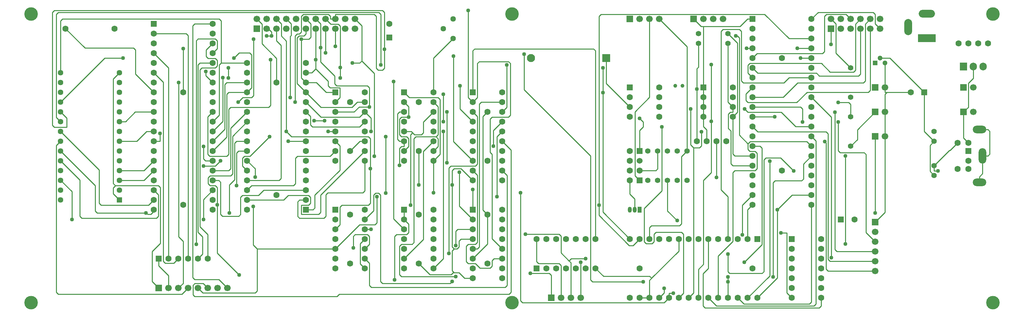
<source format=gbr>
%TF.GenerationSoftware,Novarm,DipTrace,4.3.0.5*%
%TF.CreationDate,2023-08-20T22:22:43+01:00*%
%FSLAX26Y26*%
%MOIN*%
%TF.FileFunction,Copper,L2,Bot*%
%TF.Part,Single*%
%TA.AperFunction,Conductor*%
%ADD13C,0.009843*%
%TA.AperFunction,ComponentPad*%
%ADD14C,0.03937*%
%ADD17C,0.055118*%
%ADD18C,0.055118*%
%ADD19R,0.062992X0.062992*%
%ADD20C,0.062992*%
%ADD21C,0.062992*%
%ADD22C,0.06*%
%ADD23C,0.137795*%
%ADD24R,0.051181X0.051181*%
%ADD25C,0.051181*%
%ADD26R,0.066929X0.066929*%
%ADD27C,0.066929*%
%ADD28R,0.056693X0.056693*%
%ADD29C,0.056693*%
%ADD30O,0.137795X0.07874*%
%ADD31O,0.07874X0.15748*%
%ADD32C,0.066929*%
%ADD33R,0.181102X0.07874*%
%ADD34O,0.165354X0.07874*%
%ADD35O,0.07874X0.165354*%
%ADD36R,0.075X0.07874*%
%ADD37O,0.075X0.07874*%
%ADD38R,0.041339X0.059055*%
%ADD39O,0.041339X0.059055*%
%ADD40R,0.082677X0.082677*%
%ADD41C,0.082677*%
%ADD42C,0.056693*%
%TA.AperFunction,ViaPad*%
%ADD45C,0.04*%
G75*
G01*
%LPD*%
X6593701Y1744390D2*
D13*
Y1605439D1*
X6643701Y1555439D1*
Y1444391D1*
X7477953Y2144390D2*
X7477952Y1775023D1*
X1743504Y2644390D2*
X1557165Y2830729D1*
Y3077884D1*
X1537477Y3097572D1*
X1041700D1*
X844488Y3294784D1*
X9693701Y1794390D2*
X9651374Y1836716D1*
Y2102064D1*
X9693701Y2144390D1*
X5643701Y1144391D2*
Y913486D1*
X5663385Y893802D1*
X5874016D1*
X5893701Y874117D1*
Y544390D1*
X8843701Y2894390D2*
X8691933Y3046157D1*
Y3345961D1*
X8643701Y3394193D1*
X4993701Y944391D2*
X5144094Y1094785D1*
Y1394587D1*
X1793701Y944390D2*
Y871269D1*
X1893110Y771860D1*
Y644390D1*
X7843504Y1494193D2*
X7793701Y1444390D1*
Y1144390D1*
X7293701Y3144391D2*
Y2902633D1*
X7277952Y2886885D1*
Y2677267D1*
X4593701Y2644390D2*
Y2993800D1*
X4793898Y3193996D1*
X2043701Y2644587D2*
X2043700Y3090653D1*
X9593701Y2644390D2*
X9243701Y2994390D1*
X9143701D1*
X9693701Y2144390D2*
X9593701Y2244390D1*
Y2644390D1*
X5144094Y1394587D2*
X5097047Y1441634D1*
Y2398327D1*
X5143307Y2444587D1*
X7277952Y2677267D2*
X7277953Y2144390D1*
X2943543Y3222039D2*
X2893700D1*
X2893701Y3294390D2*
X2910079D1*
X2943543Y3260926D1*
Y3222039D1*
X8443504Y3194193D2*
X8215972D1*
X7967544Y3442621D1*
X6298149D1*
X6278464Y3422936D1*
Y1490653D1*
X3293701Y2544390D2*
X3447438Y2390653D1*
X3839964D1*
X3893701Y2444390D1*
X4293701Y2244390D2*
X4366148D1*
X4379334Y2231204D1*
X4400200Y2210338D1*
X4470275D1*
X4489960Y2230023D1*
Y2340650D1*
X4593701Y2444390D1*
X3133901Y2590653D2*
Y3218026D1*
X3141929Y3226054D1*
Y3346161D1*
X3093701Y3394390D1*
X4379334Y2231204D2*
X4359649Y2211519D1*
Y1490653D1*
X6278464D2*
Y1387145D1*
X6587165Y1078444D1*
X6627755D1*
X6693701Y1144390D1*
X3893701Y2444390D2*
X3955043Y2383047D1*
Y2244393D1*
X1743504Y1544390D2*
X1689767Y1490653D1*
X1207126D1*
X1187439Y1510340D1*
Y1851045D1*
X793701Y2244784D1*
X2612677Y777227D2*
X2389763Y1000141D1*
Y1494590D1*
X4818389Y1079869D2*
Y1224704D1*
X4838077Y1244391D1*
X4993701D1*
X2389763Y1494590D2*
Y1670968D1*
X2370078Y1690653D1*
X2316925D1*
X2297240Y1710338D1*
Y1770968D1*
X2316925Y1790653D1*
X2526102D1*
X2545787Y1810338D1*
Y2196477D1*
X2693701Y2344390D1*
X2512771Y1413212D2*
Y1699066D1*
X2565472Y1751767D1*
Y2124704D1*
X2585159Y2144390D1*
X2693701D1*
X1662476Y1413208D2*
X1165893D1*
X1146208Y1432893D1*
Y1692276D1*
X793701Y2044784D1*
X1743504Y1444390D2*
Y1429625D1*
X1712007Y1398129D1*
X1682476D1*
X1667397Y1413208D1*
X1662476D1*
X2693701Y1844390D2*
X2647441Y1890649D1*
Y1970968D1*
X2667126Y1990653D1*
X2723354D1*
X2923354Y2190653D1*
X3593701Y2244390D2*
X3518067Y2244393D1*
X2343504Y1644390D2*
X2248858Y1549745D1*
Y1343684D1*
X793701Y1744784D2*
X908157Y1630327D1*
Y1343684D1*
X3293701Y1644390D2*
X2863906D1*
X2810168Y1590653D1*
X2647444D1*
X2627759Y1570968D1*
Y1398133D1*
X2608074Y1378448D1*
X2444212D1*
X2424527Y1398133D1*
Y1724704D1*
X2404841Y1744390D1*
X2343504D1*
X4106893Y2190653D2*
Y1614633D1*
X2693701Y2444390D2*
X2526102Y2276792D1*
Y1864078D1*
X2506415Y1844390D1*
X2343504D1*
X3483303Y2355889D2*
X3374728D1*
X4863425Y2710338D2*
Y2474667D1*
X4993701Y2344391D1*
X6318149Y2894905D2*
Y2640810D1*
X3293701Y2444390D2*
X3339964Y2398126D1*
Y2310338D1*
X3359649Y2290653D1*
X3839964D1*
X3893701Y2344390D1*
X1743504Y2444390D2*
X1554619D1*
X1455012Y2344784D1*
X1393701D1*
X4694413Y2344393D2*
Y2625416D1*
X8443504Y3094193D2*
X8299295Y3094192D1*
X6318149Y2640810D2*
Y1419941D1*
X6593701Y1144390D1*
X8443504Y2994193D2*
X8334059Y2994192D1*
X1743504Y2244390D2*
X1668150D1*
X1568543Y2144784D1*
X1393701D1*
X1743504Y2144390D2*
X1804842D1*
Y2225416D1*
X3114118Y2144712D2*
X3293701Y2144390D1*
X1743504Y1944390D2*
X1643898Y1844784D1*
X1393701D1*
X1743504Y1844390D2*
X1643898Y1744784D1*
X1393701D1*
X2248858Y1890653D2*
X2370791D1*
X2424527Y1944389D1*
X4993701Y1444391D2*
X4993700Y1651991D1*
X2693701Y1944390D2*
X2774728Y1863362D1*
Y1779157D1*
X1743504Y1644390D2*
X1789763Y1598131D1*
Y1378444D1*
X1770078Y1358759D1*
X1008629D1*
X988944Y1378444D1*
Y1749540D1*
X793701Y1944784D1*
X2693701Y2044390D2*
X2604843D1*
X2585157Y2024705D1*
Y1690653D1*
X4857759Y1828999D2*
Y1480333D1*
X4993701Y1344391D1*
X8543701Y544390D2*
Y461990D1*
X8524016Y442306D1*
X7359645D1*
X7339960Y461991D1*
Y790192D1*
X7393701Y843932D1*
Y1144390D1*
X6793701D2*
Y1262074D1*
X6813385Y1281759D1*
X7100590D1*
X7120275Y1301444D1*
Y1986713D1*
X7177953Y2044390D1*
Y3110138D1*
X6893701Y3394390D1*
X6693701Y1744390D2*
X6645476Y1792614D1*
Y2446456D1*
X6793701Y2594680D1*
Y3394390D1*
X3893701Y2044390D2*
X3443924Y1594614D1*
Y1417814D1*
X3424239Y1398129D1*
X3247441D1*
Y1490653D1*
X3320279D1*
X3339964Y1510338D1*
Y1570968D1*
X3320279Y1590653D1*
X3112539D1*
X3066277Y1544390D1*
X2693701D1*
X3893701Y1944390D2*
Y1637550D1*
X3874013Y1617863D1*
X3515700D1*
X3496015Y1598178D1*
Y1378444D1*
X3476330Y1358759D1*
X3227755D1*
X3208070Y1378444D1*
Y1524703D1*
X3227758Y1544390D1*
X3293701D1*
X3593701Y2044390D2*
X3539964Y1990653D1*
X3205944D1*
X3186259Y1970968D1*
Y1710338D1*
X3166574Y1690653D1*
X2739964D1*
X2693701Y1644390D1*
X3593701Y2144390D2*
X3639964Y2098126D1*
Y1849721D1*
X3384519Y1594276D1*
Y1464078D1*
X3364832Y1444390D1*
X3293701D1*
X4293701Y944390D2*
X4490354Y1141044D1*
Y2041044D1*
X4593701Y2144390D1*
X4694413Y2244389D2*
Y945103D1*
X4593701Y844390D1*
X6243701Y1144391D2*
Y3070179D1*
X6224015Y3089865D1*
X5013389D1*
X4993701Y3070176D1*
Y2644391D1*
X8578035Y2140456D2*
X8593114Y2125377D1*
Y839078D1*
X8612802Y819390D1*
X9093701D1*
X3293701Y3294390D2*
Y3241728D1*
X3274011Y3222039D1*
X3223115D1*
X3203429Y3202353D1*
Y2734661D1*
X3293701Y2644390D1*
X4593701Y2544390D2*
X4639964Y2498126D1*
Y2211519D1*
X4619098Y2190653D1*
X4639964Y2169787D1*
Y2090654D1*
X4593701Y2044390D1*
X8789960Y1093802D2*
Y1994905D1*
X6943543Y640495D2*
Y594233D1*
X6893701Y544390D1*
X4619098Y2190653D2*
X4414098D1*
X4394413Y2170968D1*
Y1110338D1*
X4374728Y1090653D1*
X4266291D1*
X4246606Y1070968D1*
Y781834D1*
X4266291Y762149D1*
X4818389D1*
X3293701Y2644390D2*
X3447438Y2490653D1*
X3763090D1*
X3816828Y2544390D1*
X3893701D1*
X8647563Y954157D2*
Y2390134D1*
X8443504Y2594193D1*
X5480511Y1617227D2*
Y514668D1*
X5500196Y494983D1*
X6944294D1*
X6993701Y544390D1*
X3293701Y3394390D2*
X3341929Y3346161D1*
Y3206960D1*
X3322244Y3187275D1*
X3247441D1*
X4293701Y2644390D2*
X4347438Y2590653D1*
X4639964D1*
X4659649Y2570968D1*
Y2010339D1*
X4593701Y1944390D1*
X2603704Y2544389D2*
X2649968Y2590653D1*
X2739964D1*
X2759649Y2610338D1*
Y3187275D1*
X6993701Y544390D2*
Y590653D1*
X7037074D1*
X3293701Y2744390D2*
X3399206D1*
X3499206Y2644390D1*
X3593701D1*
X3247441Y3187275D2*
Y2790649D1*
X3293701Y2744390D1*
X4593701Y1944390D2*
X4593704Y1617227D1*
X6920275Y2290653D2*
Y1638204D1*
X6739960Y1457889D1*
Y1117814D1*
X6759645Y1098129D1*
X6820275D1*
X6839960Y1117814D1*
Y1193802D1*
X6859645Y1213487D1*
X7120275D1*
X7139960Y1193802D1*
Y590650D1*
X7093701Y544390D1*
X2343504Y2444390D2*
X2294094Y2394981D1*
Y2010338D1*
X2313779Y1990653D1*
X2486732D1*
X2506417Y2010338D1*
Y2470968D1*
X2526102Y2490653D1*
X2912484D1*
X2932169Y2510338D1*
Y2979157D1*
X3593701Y2544390D2*
X3639964Y2590654D1*
Y2690653D1*
X3538578D1*
X3518893Y2710338D1*
Y2759751D1*
X3393700Y2884944D1*
X3353147Y2844390D1*
X3293701D1*
X4293701Y2544390D2*
X4339964Y2498126D1*
Y2390653D1*
X3393700Y2884944D2*
Y2979157D1*
X4339964Y2390653D2*
X4266291D1*
X4246606Y2370968D1*
Y2210338D1*
X4266291Y2190653D1*
X4320279D1*
X4339964Y2170968D1*
Y2090654D1*
X4293701Y2044390D1*
X3393700Y2979157D2*
X3393701Y3294390D1*
Y3394390D2*
X3441929Y3346161D1*
Y3102192D1*
X2343504Y2344390D2*
X2409448Y2410335D1*
Y2923526D1*
X2430315Y2944393D1*
Y3374117D1*
X2410630Y3393802D1*
X813385D1*
X793701Y3374117D1*
Y2844784D1*
X7212716Y2475023D2*
Y2107657D1*
X7243110Y2077263D1*
Y593800D1*
X7193701Y544390D1*
X4729177Y1925416D2*
Y2445102D1*
X4293701Y2444390D2*
X4246606D1*
X4226921Y2424706D1*
Y2164078D1*
X4246609Y2144390D1*
X4293701D1*
X2693701Y2944390D2*
X2430315Y2944393D1*
X7243110Y2077263D2*
X7304527D1*
X7324212Y2096948D1*
Y2243133D1*
X3939964Y2495574D2*
X3835240D1*
X3784057Y2444390D1*
X3593701D1*
X3441929Y3102192D2*
Y2956538D1*
X3587480Y2810987D1*
Y2730023D1*
X3607165Y2710338D1*
X3920279D1*
X3939964Y2690653D1*
Y2495574D1*
X4293701Y2144390D2*
Y2090653D1*
X4266291D1*
X4246606Y2070968D1*
Y1898527D1*
X7422637Y2929668D2*
Y2347735D1*
X2447362Y2793802D2*
Y2348249D1*
X2343504Y2244390D1*
X3493701Y3294390D2*
X3493700Y3048684D1*
X7762480Y2475220D2*
X7797244Y2440456D1*
X8136654D1*
X8282917Y2294193D1*
X8443504D1*
X7422637Y2347735D2*
Y1824727D1*
X7343897Y1745987D1*
Y886673D1*
X7293701Y836476D1*
Y544390D1*
X2693701Y2744390D2*
X2486733D1*
X2467047Y2724705D1*
Y2267934D1*
X2343504Y2144390D1*
X3641929Y2790649D2*
Y2898133D1*
X8443504Y2194193D2*
X8489763Y2147934D1*
Y481676D1*
X8470078Y461991D1*
X7476100D1*
X7393701Y544390D1*
X3641929Y2898133D2*
Y3322936D1*
X3622244Y3342621D1*
X3545470D1*
X3493701Y3394390D1*
X8443504Y2094193D2*
X8397241Y2140456D1*
X7818106D1*
X7797240Y2119590D1*
Y2060141D1*
X7816925Y2040456D1*
X7870078D1*
X7889763Y2020771D1*
Y1863290D1*
X7870078Y1843605D1*
X7662007D1*
X7642322Y1823920D1*
Y1121479D1*
X7493701Y972857D1*
Y544390D1*
X2558228Y2993802D2*
X2612677Y3048251D1*
X2720279D1*
X2739964Y3028566D1*
Y2690654D1*
X2693701Y2644390D1*
X7797240Y2119590D2*
X7710039Y2206791D1*
Y3201479D1*
X7690039Y3221479D1*
X7671559D1*
X1428464Y2993802D2*
X1242719D1*
X793701Y2544784D1*
X3593700Y3114629D2*
X3593701Y3294390D1*
X2693701Y2644390D2*
X2506418D1*
X2486732Y2624705D1*
Y2187619D1*
X2343504Y2044390D1*
X3183744Y2544393D2*
Y3222039D1*
X3203429Y3241724D1*
X3225393D1*
X3245078Y3261409D1*
Y3422936D1*
X3264763Y3442621D1*
X3522244D1*
X3541929Y3422936D1*
Y3394390D1*
X3593701D1*
X2248858Y2090649D2*
Y1964078D1*
X2268546Y1944390D1*
X2343504D1*
X8053110Y758767D2*
Y1720255D1*
X8072797Y1739942D1*
X8342063D1*
X8361751Y1759630D1*
Y1912441D1*
X8443504Y1994193D1*
X7593701Y544390D2*
X7593700Y708924D1*
X6728464D2*
X6212795D1*
X6193110Y728609D1*
Y1993318D1*
X5515275Y2671153D1*
Y3035416D1*
X4091815Y3083448D2*
Y3462306D1*
X4072130Y3481991D1*
X730905D1*
X711220Y3462306D1*
Y2307582D1*
X730905Y2287897D1*
X856496D1*
Y2381988D1*
X793701Y2444784D1*
X3593701Y3394390D2*
Y3442621D1*
X3989807D1*
X4009492Y3422936D1*
Y2890302D1*
X4029177Y2870617D1*
X4072130D1*
X4091815Y2890302D1*
Y3083448D1*
X7593700Y708924D2*
Y758767D1*
X1393701Y2844784D2*
X1330905Y2781988D1*
Y1711519D1*
X1351771Y1690653D1*
X1789763D1*
X1809448Y1670968D1*
Y1102183D1*
X1725193Y1017928D1*
Y712307D1*
X1793110Y644390D1*
X3793701Y3394390D2*
X3861614Y3326476D1*
Y2965968D1*
X3989807Y2837775D1*
Y1990653D1*
X2793701Y3394390D2*
X2845078Y3343012D1*
Y3140818D1*
X2993504Y2992392D1*
Y2744390D1*
X7093701Y1144390D2*
Y1022813D1*
X6814567Y743679D1*
X6794881Y763365D1*
X6324727D1*
X6243701Y844391D1*
X9455906Y2644390D2*
X9214567D1*
X9193701Y2623524D1*
Y2444390D1*
X4993701Y744391D2*
X4910281D1*
X4853153Y801519D1*
X4804492D1*
X4783626Y822385D1*
Y1024239D1*
X4804492Y1045105D1*
X4833468D1*
X4853153Y1064790D1*
Y1124704D1*
X4872841Y1144391D1*
X4993701D1*
X10093701Y2907185D2*
Y2788680D1*
X10041929Y2736909D1*
Y2492619D1*
X9993701Y2444390D1*
X8132204Y1208881D2*
X8194291D1*
Y593799D1*
X8243701Y544390D1*
X4444094Y894587D2*
X4556848Y781834D1*
X4773783D1*
X4793468Y801519D1*
X4804492D1*
X7843504Y3394193D2*
X7792024D1*
X7717420Y3319590D1*
X7344090D1*
X7318895D1*
X7244094Y3394390D1*
X3743701Y2043996D2*
X3844094Y2144390D1*
X3893701D1*
X1393701Y1544784D2*
X1330905Y1607579D1*
Y1669787D1*
X1351771Y1690653D1*
X5579208Y793802D2*
X5774016D1*
X5793701Y774117D1*
Y544390D1*
X7376378Y2144390D2*
Y2261755D1*
X7344094Y2294039D1*
Y2393996D1*
X8643701Y3294193D2*
X8643700Y3135531D1*
X3861614Y2965968D2*
X3840748Y2945102D1*
X3764724D1*
X4993701Y1744391D2*
X4874329Y1863763D1*
X4803311D1*
X4783626Y1844078D1*
Y1698133D1*
X6693700Y2377893D2*
X6728464Y2343129D1*
Y2290983D1*
X6693701Y2256219D1*
Y2044390D1*
X4443701D2*
X4443700Y1698133D1*
X9193701Y2944390D2*
Y2694390D1*
X6693701Y544390D2*
X6793701D1*
X9193701Y2194390D2*
Y1419390D1*
X9093701Y1319390D1*
X9193701Y2444390D2*
Y2194390D1*
X9993701Y2444390D2*
Y2178642D1*
X10043701Y2128642D1*
X7344094Y2693996D2*
X7344090Y3319590D1*
X7344094Y2593996D2*
Y2693996D1*
Y2493996D2*
Y2593996D1*
Y2393996D2*
Y2493996D1*
X4783626Y1698133D2*
Y1064790D1*
X4803311Y1045105D1*
X4804492D1*
X9193701Y2694390D2*
Y2644390D1*
X9214567D1*
X6793701Y544390D2*
Y722813D1*
X6814567Y743679D1*
X7593701Y3144391D2*
Y2544390D1*
X7644094Y2493996D1*
Y2440259D1*
X7617515D1*
X7597830Y2420574D1*
Y2276192D1*
X7622637Y2251385D1*
Y1913881D1*
X7642325Y1894193D1*
X7843504D1*
X7593701Y3244391D2*
X7690354Y3147738D1*
Y2440256D1*
X7644094Y2393996D1*
Y2013880D1*
X7663781Y1994193D1*
X7843504D1*
X4993701Y1044391D2*
X5039964D1*
X5059649Y1064077D1*
Y2524703D1*
X5079338Y2544391D1*
X5293701D1*
X4947441Y3481397D2*
Y2590651D1*
X4993701Y2544391D1*
X5039964Y2590655D1*
Y2940145D1*
X5059649Y2959830D1*
X5355043D1*
X5374728Y2940145D1*
Y2410338D1*
X5355043Y2390653D1*
X5189566D1*
X5169881Y2370968D1*
Y2032555D1*
X5190354Y2012082D1*
Y1147738D1*
X5293701Y1044391D1*
X8352952Y2340456D2*
Y2474507D1*
X8333266Y2494193D1*
X7843504D1*
X8717090Y2340456D2*
Y2049353D1*
X8736775Y2029668D1*
X8981260D1*
X9000945Y2009983D1*
Y1212145D1*
X9093701Y1119390D1*
X8682326Y2440456D2*
Y1039078D1*
X8702014Y1019390D1*
X9093701D1*
X7843504Y2394193D2*
X8070063Y2394192D1*
X6594094Y2493996D2*
X6354331Y2733760D1*
Y2994391D1*
X2193701Y944390D2*
X2239960Y990650D1*
Y1169208D1*
X2194409Y1214759D1*
Y2924704D1*
X2214096Y2944390D1*
X2343504D1*
X1743504Y3244390D2*
X2074012D1*
X2093701Y3224701D1*
Y944390D1*
X2293701D2*
Y1191549D1*
X2214094Y1271156D1*
Y2874117D1*
X2233779Y2893802D1*
X2370078D1*
X2389763Y2913487D1*
Y2970968D1*
X2370078Y2990653D1*
X2297240D1*
X2277555Y3010338D1*
Y3078442D1*
X2343504Y3144390D1*
X8843701Y2094390D2*
X8911849Y2162539D1*
Y2262539D1*
X9093701Y2444390D1*
Y2194390D2*
X9093696Y1410338D1*
X7074724Y1336208D2*
X6977953Y1432979D1*
Y1744390D1*
X7843504Y2594193D2*
X8155760D1*
X8302022Y2740456D1*
X8972244D1*
X8991929Y2760141D1*
Y3342422D1*
X9043701Y3394193D1*
X8443504D2*
X8511420Y3462109D1*
X9072244D1*
X9091929Y3442424D1*
Y3345965D1*
X9143701Y3294193D1*
X7843504Y3094193D2*
X7782161Y3094192D1*
X7843504Y2994193D2*
X7889964Y3040653D1*
X8556098D1*
X8575783Y3060338D1*
Y3422739D1*
X8595468Y3442424D1*
X8795470D1*
X8843701Y3394193D1*
X7843504Y2894193D2*
X7897241Y2840456D1*
X8496401D1*
X8524161Y2812696D1*
X8924011D1*
X8943701Y2832385D1*
Y3294193D1*
Y3394193D2*
X8891929Y3342422D1*
Y2871751D1*
X8872244Y2852066D1*
X8634240D1*
X8545850Y2940456D1*
X7816925D1*
X7797240Y2920771D1*
Y2840457D1*
X7843504Y2794193D1*
X9043701Y3294193D2*
Y2665849D1*
X9024015Y2646164D1*
X8398176D1*
X8292468Y2540456D1*
X7797240D1*
X7777555Y2560141D1*
Y2628245D1*
X7843504Y2694193D1*
X4783626Y712306D2*
X4763941Y692621D1*
X4072133D1*
X4052448Y712306D1*
Y1594948D1*
X4032763Y1614633D1*
X4002602D1*
X3982917Y1594948D1*
Y1433607D1*
X3893701Y1344390D1*
X8264086Y1840456D2*
X8129322Y1975220D1*
X7979330D1*
X7959645Y1955535D1*
Y813216D1*
X7939960Y793531D1*
X7611248D1*
X7591563Y813216D1*
Y990653D1*
X9933465Y2128642D2*
X9855440Y2050618D1*
X9849929D1*
X9693701Y1894390D1*
Y1840456D1*
X9734291D1*
X4187551Y2755885D2*
Y1350539D1*
X4293701Y1244390D1*
X8717090Y2540456D2*
X8824011D1*
X8843701Y2520766D1*
Y2394390D1*
X6877953Y2044390D2*
Y1864078D1*
X6858265Y1844390D1*
X6693701D1*
X3893701Y844390D2*
X3847441Y890649D1*
Y1098131D1*
X3893701Y1144390D1*
Y944390D2*
X3939964Y898126D1*
Y672936D1*
X3959649Y653251D1*
X5323429D1*
X5343114Y672936D1*
Y1794978D1*
X5293701Y1844391D1*
X2174724Y1090653D2*
Y3170968D1*
X2194409Y3190653D1*
X2370078D1*
X2389763Y3170968D1*
Y3090650D1*
X2343504Y3044390D1*
X3774897Y1055889D2*
Y1170968D1*
X3794582Y1190653D1*
X3920279D1*
X3939964Y1170968D1*
Y1090654D1*
X3893701Y1044390D1*
X5993701Y544390D2*
Y903680D1*
X5974602Y922779D1*
X5893110Y1004271D1*
Y1174117D1*
X5873425Y1193802D1*
X5528811D1*
X3893701Y1244390D2*
X3955043Y1244389D1*
X7739960Y1187763D2*
Y1490650D1*
X7843504Y1594193D1*
X5974602Y922779D2*
X5995468Y943645D1*
X6143547D1*
X6093701Y544390D2*
X6093704Y908881D1*
X7843504Y2094193D2*
X7920275D1*
X7939960Y2074508D1*
Y1089904D1*
X7758937Y908881D1*
X5339964Y2925066D2*
Y2490655D1*
X5293701Y2444391D1*
X4057051Y2925066D2*
Y3442621D1*
X4037366Y3462306D1*
X770275D1*
X750590Y3442621D1*
Y2387894D1*
X793701Y2344784D1*
X8443504Y1594193D2*
X8246533D1*
X8097441Y1445102D1*
X4993701Y1944391D2*
X4795783Y2142309D1*
Y3013920D1*
X2503937Y2893802D2*
Y2790653D1*
X2343504Y2744390D2*
X2274413Y2813481D1*
Y2859039D1*
X1997437Y2744389D2*
Y1167156D1*
X2041338Y1123255D1*
Y692618D1*
X1993110Y644390D1*
X8097441Y1445102D2*
Y748131D1*
X7893701Y544390D1*
X9093701Y919390D2*
X8632484D1*
X8612799Y939075D1*
Y2220771D1*
X8593114Y2240456D1*
X7897241D1*
X7843504Y2294193D1*
X4993701Y1844391D2*
X5039964Y1798128D1*
Y1110338D1*
X5020279Y1090653D1*
X4947441D1*
X4927756Y1070968D1*
Y913487D1*
X4947441Y893802D1*
X5020374D1*
X5065850Y848326D1*
X5170669D1*
X5190354Y868011D1*
Y924704D1*
X5210042Y944391D1*
X5293701D1*
X10155906Y2264469D2*
X10241534D1*
X10261220Y2244783D1*
Y2014469D1*
X10241535Y1994784D1*
X10187402D1*
Y1813881D1*
X10155906Y1782385D1*
Y1725099D1*
X7693701Y544390D2*
X7756415Y481676D1*
X8423814D1*
X8443504Y501365D1*
Y1494193D1*
X1893701Y944390D2*
Y2894193D1*
X1743504Y3044390D1*
Y2844390D2*
X1839960Y2747934D1*
Y917814D1*
X1859645Y898129D1*
X1947440D1*
X1993701Y944390D1*
X2093110Y644390D2*
X2029924Y581204D1*
X770275D1*
X750590Y600889D1*
Y2101673D1*
X793701Y2144784D1*
X2993701Y3394390D2*
X3041929Y3346161D1*
Y3221719D1*
X3094216Y3169432D1*
Y2244389D1*
X5204645Y2093802D2*
Y2255336D1*
X5293701Y2344391D1*
X3948153Y1863763D2*
Y1510338D1*
X3928468Y1490653D1*
X3659649D1*
X3639964Y1470968D1*
Y1290654D1*
X3593701Y1244390D1*
X3094216Y2244389D2*
X3147952Y2190653D1*
X3928468D1*
X3948153Y2170968D1*
Y1863763D1*
X8443504Y2794193D2*
X8216394D1*
X8162656Y2740456D1*
X7749409D1*
X7729724Y2760141D1*
Y3267031D1*
X7710039Y3286716D1*
X7543897D1*
X7524212Y3267031D1*
Y1647971D1*
X7593701Y1578482D1*
Y1144390D1*
X2493110Y644390D2*
X2405509Y731991D1*
X2159645D1*
X2139960Y751676D1*
Y3324704D1*
X2159647Y3344390D1*
X2343504D1*
X4293701Y1444390D2*
Y1344390D1*
X4748862Y998133D2*
Y1870968D1*
X4768547Y1890653D1*
X5020279D1*
X5039964Y1910338D1*
Y2398128D1*
X4993701Y2444391D1*
X4293701Y1344390D2*
X4339964Y1298126D1*
Y1210338D1*
X4320279Y1190653D1*
X4217602D1*
X4197917Y1170968D1*
Y727385D1*
X2693701Y1744390D2*
X3020083D1*
X3039767Y1764075D1*
Y3125354D1*
X2993701Y3171420D1*
Y3294390D1*
X4017685Y1579869D2*
Y1310338D1*
X3998000Y1290653D1*
X3839964D1*
X3593701Y1044390D1*
X5239409Y1579869D2*
Y2190100D1*
X5293701Y2244391D1*
X3593701Y1044390D2*
X2795594D1*
Y615846D1*
X2775909Y596161D1*
X2241339D1*
X2193110Y644390D1*
X2795594Y1044390D2*
X2755043Y1084941D1*
Y1479157D1*
X5293701Y2144391D2*
X5382484Y2055608D1*
Y600889D1*
X5362799Y581204D1*
X3632484D1*
X3608070Y556790D1*
X2161024D1*
X2141338Y576476D1*
Y672936D1*
X2161023Y692621D1*
X2244879D1*
X2293110Y644390D1*
X8018346Y1940456D2*
Y769036D1*
X7793701Y544390D1*
D45*
X7477952Y1775023D3*
X2043700Y3090653D3*
X2893700Y3222039D3*
X2943543D3*
X7277952Y2677267D3*
X3955043Y2244393D3*
X4359649Y1490653D3*
X6278464D3*
X3133901Y2590653D3*
X4818389Y1079869D3*
X2612677Y777227D3*
X2389763Y1494590D3*
X2512771Y1413212D3*
X1662476Y1413208D3*
X2923354Y2190653D3*
X3518067Y2244393D3*
X2248858Y1343684D3*
X908157D3*
X4106893Y1614633D3*
Y2190653D3*
X3374728Y2355889D3*
X3483303D3*
X4863425Y2710338D3*
X6318149Y2640810D3*
X4694413Y2625416D3*
Y2344393D3*
X6318149Y2894905D3*
X8299295Y3094192D3*
X8334059Y2994192D3*
X1804842Y2225416D3*
X3114118Y2144712D3*
X2424527Y1944389D3*
X2248858Y1890653D3*
X4993700Y1651991D3*
X2774728Y1779157D3*
X2585157Y1690653D3*
X4857759Y1828999D3*
X4694413Y2244389D3*
X8578035Y2140456D3*
X8789960Y1994905D3*
Y1093802D3*
X6943543Y640495D3*
X4818389Y762149D3*
X8647563Y954157D3*
X7037074Y590653D3*
X2759649Y3187275D3*
X2603704Y2544389D3*
X4593704Y1617227D3*
X5480511D3*
X3247441Y3187275D3*
X6920275Y2290653D3*
X2932169Y2979157D3*
X3393700D3*
X4339964Y2390653D3*
X7212716Y2475023D3*
X4729177Y2445102D3*
Y1925416D3*
X4246606Y1898527D3*
X7324212Y2243133D3*
X3939964Y2495574D3*
X3441929Y3102192D3*
X7762480Y2475220D3*
X7422637Y2929668D3*
X3493700Y3048684D3*
X7422637Y2347735D3*
X2447362Y2793802D3*
X3641929Y2790649D3*
Y2898133D3*
X2558228Y2993802D3*
X7671559Y3221479D3*
X1428464Y2993802D3*
X3593700Y3114629D3*
X2248858Y2090649D3*
X3183744Y2544393D3*
X8053110Y758767D3*
X7593700D3*
X4091815Y3083448D3*
X5515275Y3035416D3*
X6728464Y708924D3*
X7593700D3*
X3989807Y1990653D3*
X5579208Y793802D3*
X8643700Y3135531D3*
X3764724Y2945102D3*
X6693700Y2377893D3*
X4443700Y1698133D3*
X4783626D3*
X8132204Y1208881D3*
X4947441Y3481397D3*
X8352952Y2340456D3*
X8717090D3*
X8682326Y2440456D3*
X8070063Y2394192D3*
X9093696Y1410338D3*
X7074724Y1336208D3*
X7782161Y3094192D3*
X4783626Y712306D3*
X7591563Y990653D3*
X8264086Y1840456D3*
X9734291D3*
X4187551Y2755885D3*
X8717090Y2540456D3*
X2174724Y1090653D3*
X3774897Y1055889D3*
X5528811Y1193802D3*
X3955043Y1244389D3*
X7739960Y1187763D3*
X6143547Y943645D3*
X6093704Y908881D3*
X7758937D3*
X5339964Y2925066D3*
X4057051D3*
X4795783Y3013920D3*
X2503937Y2790653D3*
Y2893802D3*
X2274413Y2859039D3*
X1997437Y2744389D3*
X8097441Y1445102D3*
X3948153Y1863763D3*
X5204645Y2093802D3*
X3094216Y2244389D3*
X4197917Y727385D3*
X4748862Y998133D3*
X4017685Y1579869D3*
X5239409D3*
X2755043Y1479157D3*
X8018346Y1940456D3*
D17*
X6977953Y1744390D3*
D18*
Y2044390D3*
D19*
X8243701Y1144390D3*
D20*
Y1044390D3*
Y944390D3*
Y844390D3*
Y744390D3*
Y644390D3*
Y544390D3*
X8543701D3*
Y644390D3*
Y744390D3*
Y844390D3*
Y944390D3*
Y1044390D3*
Y1144390D3*
D19*
X3293701Y1444390D3*
D20*
Y1544390D3*
Y1644390D3*
Y1744390D3*
Y1844390D3*
Y1944390D3*
Y2044390D3*
Y2144390D3*
Y2244390D3*
Y2344390D3*
Y2444390D3*
Y2544390D3*
Y2644390D3*
Y2744390D3*
Y2844390D3*
Y2944390D3*
X2693701D3*
Y2844390D3*
Y2744390D3*
Y2644390D3*
Y2544390D3*
Y2444390D3*
Y2344390D3*
Y2244390D3*
Y2144390D3*
Y2044390D3*
Y1944390D3*
Y1844390D3*
Y1744390D3*
Y1644390D3*
Y1544390D3*
Y1444390D3*
D17*
X6877953Y2044390D3*
D18*
Y1744390D3*
D19*
X6693701D3*
D21*
Y1844390D3*
D22*
Y1944390D3*
D19*
Y2044390D3*
D21*
X6593701D3*
Y1944390D3*
Y1844390D3*
Y1744390D3*
D19*
X7843504Y3394193D3*
D20*
Y3294193D3*
Y3194193D3*
Y3094193D3*
Y2994193D3*
Y2894193D3*
Y2794193D3*
Y2694193D3*
Y2594193D3*
Y2494193D3*
Y2394193D3*
Y2294193D3*
Y2194193D3*
Y2094193D3*
Y1994193D3*
Y1894193D3*
Y1794193D3*
Y1694193D3*
Y1594193D3*
Y1494193D3*
X8443504D3*
Y1594193D3*
Y1694193D3*
Y1794193D3*
Y1894193D3*
Y1994193D3*
Y2094193D3*
Y2194193D3*
Y2294193D3*
Y2394193D3*
Y2494193D3*
Y2594193D3*
Y2694193D3*
Y2794193D3*
Y2894193D3*
Y2994193D3*
Y3094193D3*
Y3194193D3*
Y3294193D3*
Y3394193D3*
D19*
X9593701Y2644390D3*
D21*
X9455906D3*
D19*
X4143701Y3206595D3*
D21*
Y3344390D3*
D23*
X5393701Y494390D3*
D24*
X9093701Y2944390D3*
D25*
X9143701Y2994390D3*
X9193701Y2944390D3*
D21*
X7277953Y2144390D3*
X7376378D3*
D23*
X493701Y494390D3*
D26*
X7244094Y3394390D3*
D27*
X7344094D3*
X7444094D3*
X7544094D3*
D26*
X2793701Y3294390D3*
D27*
Y3394390D3*
X2893701Y3294390D3*
Y3394390D3*
X2993701Y3294390D3*
Y3394390D3*
X3093701Y3294390D3*
Y3394390D3*
X3193701Y3294390D3*
Y3394390D3*
X3293701Y3294390D3*
Y3394390D3*
X3393701Y3294390D3*
Y3394390D3*
X3493701Y3294390D3*
Y3394390D3*
X3593701Y3294390D3*
Y3394390D3*
X3693701Y3294390D3*
Y3394390D3*
X3793701Y3294390D3*
Y3394390D3*
D19*
X6594094Y2693996D3*
D20*
Y2593996D3*
Y2493996D3*
Y2393996D3*
X6894094D3*
Y2493996D3*
Y2593996D3*
Y2693996D3*
D21*
X3743701Y1394390D3*
Y894390D3*
D19*
X1743504Y3344390D3*
D20*
Y3244390D3*
Y3144390D3*
Y3044390D3*
Y2944390D3*
Y2844390D3*
Y2744390D3*
Y2644390D3*
Y2544390D3*
Y2444390D3*
Y2344390D3*
Y2244390D3*
Y2144390D3*
Y2044390D3*
Y1944390D3*
Y1844390D3*
Y1744390D3*
Y1644390D3*
Y1544390D3*
Y1444390D3*
X2343504D3*
Y1544390D3*
Y1644390D3*
Y1744390D3*
Y1844390D3*
Y1944390D3*
Y2044390D3*
Y2144390D3*
Y2244390D3*
Y2344390D3*
Y2444390D3*
Y2544390D3*
Y2644390D3*
Y2744390D3*
Y2844390D3*
Y2944390D3*
Y3044390D3*
Y3144390D3*
Y3244390D3*
Y3344390D3*
D19*
X8743701Y1344390D3*
D21*
X8881496D3*
D17*
X7593701Y3244391D3*
D18*
X7293701D3*
D21*
X6693701Y844390D3*
X7843701D3*
D17*
X7077953Y2044390D3*
D18*
Y1744390D3*
D21*
X7477953Y2144390D3*
X7576378D3*
D19*
X3593701Y1444390D3*
D20*
Y1344390D3*
Y1244390D3*
Y1144390D3*
Y1044390D3*
Y944390D3*
Y844390D3*
X3893701D3*
Y944390D3*
Y1044390D3*
Y1144390D3*
Y1244390D3*
Y1344390D3*
Y1444390D3*
D23*
X10293701Y3444390D3*
D17*
X8843701Y2894390D3*
D18*
Y2594390D3*
D17*
X9693701Y2244390D3*
D18*
Y2144390D3*
D28*
X1393701Y1544784D3*
D29*
Y1644784D3*
Y1744784D3*
Y1844784D3*
Y1944784D3*
Y2044784D3*
Y2144784D3*
Y2244784D3*
Y2344784D3*
Y2444784D3*
Y2544784D3*
Y2644784D3*
Y2744784D3*
Y2844784D3*
X793701D3*
Y2744784D3*
Y2644784D3*
Y2544784D3*
Y2444784D3*
Y2344784D3*
Y2244784D3*
Y2144784D3*
Y2044784D3*
Y1944784D3*
Y1844784D3*
Y1744784D3*
Y1644784D3*
Y1544784D3*
D19*
X5643701Y844391D3*
D20*
X5743701D3*
X5843701D3*
X5943701D3*
X6043701D3*
X6143701D3*
X6243701D3*
Y1144391D3*
X6143701D3*
X6043701D3*
X5943701D3*
X5843701D3*
X5743701D3*
X5643701D3*
D26*
X9093701Y2194390D3*
D27*
X9193701D3*
D19*
X10043701Y2045965D3*
D21*
Y1943603D3*
Y2128642D3*
Y1860925D3*
X9933465Y2128642D3*
Y1860925D3*
D30*
X10155906Y1725099D3*
D31*
X10187402Y1994784D3*
D30*
X10155906Y2264469D3*
D17*
X8843701Y2394390D3*
D18*
Y2094390D3*
D17*
X6777953Y2044390D3*
D18*
Y1744390D3*
D21*
X2043701Y2644587D3*
Y1494587D3*
D26*
X8643701Y3294193D3*
D27*
Y3394193D3*
X8743701Y3294193D3*
Y3394193D3*
X8843701Y3294193D3*
Y3394193D3*
X8943701Y3294193D3*
Y3394193D3*
X9043701Y3294193D3*
Y3394193D3*
X9143701Y3294193D3*
Y3394193D3*
D23*
X493701Y3444390D3*
D26*
X9093701Y1319390D3*
D32*
Y1219390D3*
Y1119390D3*
Y1019390D3*
Y919390D3*
Y819390D3*
D21*
X9943701Y3144391D3*
X10042126D3*
D33*
X9619291Y3198821D3*
D34*
Y3446852D3*
D35*
X9430315Y3312994D3*
D21*
X4444094Y1394587D3*
Y894587D3*
D36*
X9993701Y2907185D3*
D37*
X10093701D3*
X10193701D3*
D21*
X5144094Y1394587D3*
Y894587D3*
D19*
X4293701Y1444390D3*
D20*
Y1344390D3*
Y1244390D3*
Y1144390D3*
Y1044390D3*
Y944390D3*
Y844390D3*
X4593701D3*
Y944390D3*
Y1044390D3*
Y1144390D3*
Y1244390D3*
Y1344390D3*
Y1444390D3*
D38*
X6693701Y1444391D3*
D39*
X6643701D3*
X6593701D3*
D17*
X9693701Y1894390D3*
D18*
Y1794390D3*
D21*
X3743701Y2543996D3*
Y2043996D3*
D26*
X9093701Y2444390D3*
D27*
X9193701D3*
D19*
X4293701Y2644390D3*
D20*
Y2544390D3*
Y2444390D3*
Y2344390D3*
Y2244390D3*
Y2144390D3*
Y2044390D3*
Y1944390D3*
X4593701D3*
Y2044390D3*
Y2144390D3*
Y2244390D3*
Y2344390D3*
Y2444390D3*
Y2544390D3*
Y2644390D3*
D40*
X6354331Y2994391D3*
D41*
X5586614D3*
D23*
X10293701Y494390D3*
D17*
X7177953Y2044390D3*
D18*
Y1744390D3*
D19*
X4993701Y2644391D3*
D20*
Y2544391D3*
Y2444391D3*
Y2344391D3*
Y2244391D3*
Y2144391D3*
Y2044391D3*
Y1944391D3*
Y1844391D3*
Y1744391D3*
X5293701D3*
Y1844391D3*
Y1944391D3*
Y2044391D3*
Y2144391D3*
Y2244391D3*
Y2344391D3*
Y2444391D3*
Y2544391D3*
Y2644391D3*
D26*
X1793110Y644390D3*
D27*
X1893110D3*
X1993110D3*
X2093110D3*
X2193110D3*
X2293110D3*
X2393110D3*
X2493110D3*
D26*
X9993701Y2694390D3*
D27*
X10093701D3*
D19*
X7344094Y2693996D3*
D20*
Y2593996D3*
Y2493996D3*
Y2393996D3*
X7644094D3*
Y2493996D3*
Y2593996D3*
Y2693996D3*
D21*
X8143701Y1844390D3*
Y2994390D3*
D19*
X4993701Y1444391D3*
D20*
Y1344391D3*
Y1244391D3*
Y1144391D3*
Y1044391D3*
Y944391D3*
Y844391D3*
Y744391D3*
X5293701D3*
Y844391D3*
Y944391D3*
Y1044391D3*
Y1144391D3*
Y1244391D3*
Y1344391D3*
Y1444391D3*
D26*
X6593701Y3394390D3*
D27*
X6693701D3*
X6793701D3*
X6893701D3*
D21*
X5143307Y2444587D3*
Y1944587D3*
D26*
X9993701Y2444390D3*
D27*
X10093701D3*
D19*
X3593701Y2644390D3*
D20*
Y2544390D3*
Y2444390D3*
Y2344390D3*
Y2244390D3*
Y2144390D3*
Y2044390D3*
Y1944390D3*
X3893701D3*
Y2044390D3*
Y2144390D3*
Y2244390D3*
Y2344390D3*
Y2444390D3*
Y2544390D3*
Y2644390D3*
D21*
X844488Y3294784D3*
X1344488D3*
D42*
X4793898Y3193996D3*
X4693898Y3293996D3*
X4793898Y3393996D3*
D26*
X5793701Y544390D3*
D27*
X5893701D3*
X5993701D3*
X6093701D3*
D17*
X7593701Y3144391D3*
D18*
X7293701D3*
D14*
X7055906Y2711713D3*
X7130709D3*
D19*
X7893701Y1144390D3*
D20*
X7793701D3*
X7693701D3*
X7593701D3*
X7493701D3*
X7393701D3*
X7293701D3*
X7193701D3*
X7093701D3*
X6993701D3*
X6893701D3*
X6793701D3*
X6693701D3*
X6593701D3*
Y544390D3*
X6693701D3*
X6793701D3*
X6893701D3*
X6993701D3*
X7093701D3*
X7193701D3*
X7293701D3*
X7393701D3*
X7493701D3*
X7593701D3*
X7693701D3*
X7793701D3*
X7893701D3*
D19*
X1793701Y944390D3*
D20*
X1893701D3*
X1993701D3*
X2093701D3*
X2193701D3*
X2293701D3*
D21*
X10143701Y3144391D3*
X10242126D3*
X4443701Y2544390D3*
Y2044390D3*
X2993504Y1594390D3*
Y2744390D3*
D23*
X5393701Y3444390D3*
D26*
X9093701Y2694390D3*
D27*
X9193701D3*
M02*

</source>
